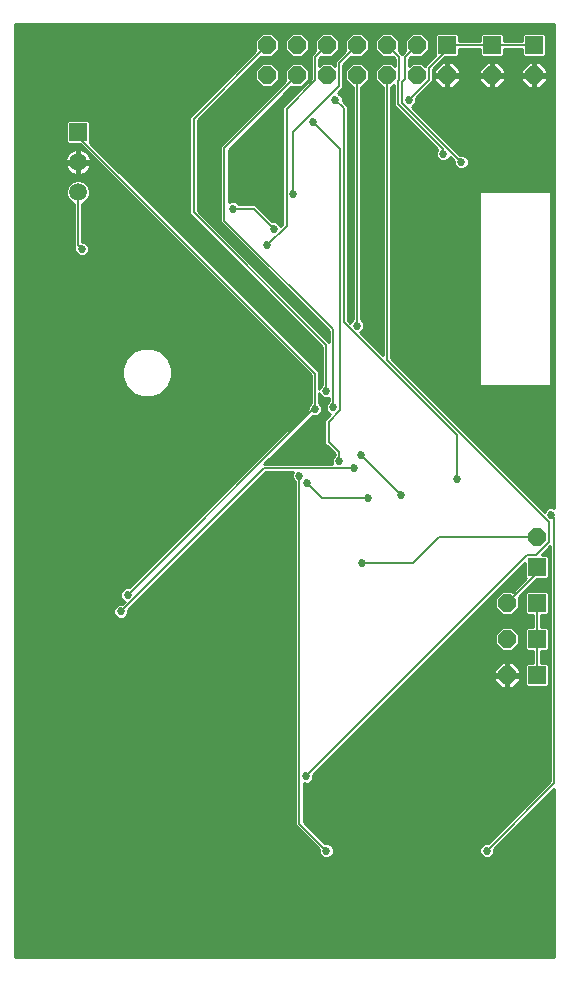
<source format=gbl>
G75*
%MOIN*%
%OFA0B0*%
%FSLAX24Y24*%
%IPPOS*%
%LPD*%
%AMOC8*
5,1,8,0,0,1.08239X$1,22.5*
%
%ADD10R,0.0591X0.0591*%
%ADD11C,0.0591*%
%ADD12OC8,0.0591*%
%ADD13C,0.0060*%
%ADD14C,0.0270*%
%ADD15C,0.0100*%
D10*
X002781Y027850D03*
X015081Y030750D03*
X016581Y030750D03*
X017981Y030750D03*
X018081Y013350D03*
X018081Y012150D03*
X018081Y010950D03*
X018081Y009750D03*
D11*
X002781Y025850D03*
X002781Y026850D03*
D12*
X009081Y029750D03*
X009081Y030750D03*
X010081Y030750D03*
X010081Y029750D03*
X011081Y029750D03*
X011081Y030750D03*
X012081Y030750D03*
X012081Y029750D03*
X013081Y029750D03*
X013081Y030750D03*
X014081Y030750D03*
X014081Y029750D03*
X015081Y029750D03*
X016581Y029750D03*
X017981Y029750D03*
X018081Y014350D03*
X017081Y012150D03*
X017081Y010950D03*
X017081Y009750D03*
D13*
X018081Y009750D02*
X018081Y010950D01*
X018081Y012150D01*
X018081Y013150D02*
X018081Y013350D01*
X018081Y013150D02*
X017081Y012150D01*
X017756Y013750D02*
X010381Y006375D01*
X010156Y004800D02*
X011056Y003900D01*
X010156Y004800D02*
X010156Y016400D01*
X010406Y016150D02*
X010906Y015650D01*
X012431Y015650D01*
X011981Y016650D02*
X008981Y016650D01*
X004206Y011875D01*
X004431Y012425D02*
X010656Y018650D01*
X010681Y018625D01*
X010681Y019800D01*
X002781Y027700D01*
X002781Y027850D01*
X002781Y025850D02*
X002781Y024075D01*
X002906Y023950D01*
X006631Y025175D02*
X006631Y028300D01*
X009081Y030750D01*
X010081Y029750D02*
X007656Y027325D01*
X007656Y024900D01*
X011281Y021275D01*
X011281Y018675D01*
X011506Y018575D02*
X011131Y018200D01*
X011131Y017525D01*
X011481Y017175D01*
X011481Y016875D01*
X010756Y017050D02*
X009606Y017050D01*
X011056Y019225D02*
X011056Y020750D01*
X006631Y025175D01*
X007931Y025300D02*
X008631Y025300D01*
X009306Y024625D01*
X009731Y024725D02*
X009081Y024075D01*
X009731Y024725D02*
X009731Y028625D01*
X010681Y029575D01*
X010681Y030350D01*
X011081Y030750D01*
X011481Y030150D02*
X011481Y029375D01*
X009956Y027850D01*
X009956Y025775D01*
X011506Y027275D02*
X010606Y028175D01*
X011356Y028925D02*
X011631Y028650D01*
X011631Y021525D01*
X015406Y017750D01*
X015406Y016300D01*
X014806Y014350D02*
X013931Y013475D01*
X012256Y013475D01*
X013556Y015750D02*
X012206Y017100D01*
X011506Y018575D02*
X011506Y027275D01*
X012081Y029750D02*
X012081Y021400D01*
X013081Y020250D02*
X018481Y014850D01*
X018481Y014200D01*
X018031Y013750D01*
X017756Y013750D01*
X018081Y014350D02*
X014806Y014350D01*
X013081Y020250D02*
X013081Y029750D01*
X013456Y029575D02*
X013481Y029600D01*
X013481Y030350D01*
X013081Y030750D01*
X013681Y030350D02*
X013681Y029625D01*
X013581Y029525D01*
X013581Y028825D01*
X015556Y026850D01*
X014956Y027125D02*
X014956Y027275D01*
X013456Y028775D01*
X013456Y029575D01*
X013681Y030350D02*
X014081Y030750D01*
X014481Y030000D02*
X014481Y029600D01*
X013806Y028925D01*
X014481Y030000D02*
X015081Y030600D01*
X015081Y030750D01*
X016581Y030750D01*
X017981Y030750D01*
X012081Y030750D02*
X011481Y030150D01*
X018556Y015100D02*
X018656Y015000D01*
X018656Y006150D01*
X016406Y003900D01*
D14*
X016406Y003900D03*
X011056Y003900D03*
X010381Y006375D03*
X012256Y013475D03*
X012431Y015650D03*
X011981Y016650D03*
X012206Y017100D03*
X011481Y016875D03*
X010756Y017050D03*
X010156Y016400D03*
X010406Y016150D03*
X009606Y017050D03*
X010681Y018625D03*
X011056Y019225D03*
X011281Y018675D03*
X012081Y021400D03*
X009956Y025775D03*
X009306Y024625D03*
X009081Y024075D03*
X007931Y025300D03*
X010606Y028175D03*
X011356Y028925D03*
X013806Y028925D03*
X014956Y027125D03*
X015556Y026850D03*
X015406Y016300D03*
X013556Y015750D03*
X018556Y015100D03*
X004431Y012425D03*
X004206Y011875D03*
X002906Y023950D03*
D15*
X000681Y031446D02*
X000681Y000350D01*
X018651Y000350D01*
X018651Y005947D01*
X016651Y003947D01*
X016651Y003851D01*
X016613Y003761D01*
X016544Y003692D01*
X016454Y003655D01*
X016357Y003655D01*
X016267Y003692D01*
X016198Y003761D01*
X016161Y003851D01*
X016161Y003949D01*
X016198Y004039D01*
X016267Y004108D01*
X016357Y004145D01*
X016453Y004145D01*
X018516Y006208D01*
X018516Y014037D01*
X018234Y013755D01*
X018422Y013755D01*
X018486Y013691D01*
X018486Y013009D01*
X018422Y012945D01*
X018073Y012945D01*
X017466Y012338D01*
X017486Y012318D01*
X017486Y011982D01*
X017249Y011745D01*
X016913Y011745D01*
X016675Y011982D01*
X016675Y012318D01*
X016913Y012555D01*
X017249Y012555D01*
X017268Y012536D01*
X017709Y012976D01*
X017675Y013009D01*
X017675Y013472D01*
X010626Y006422D01*
X010626Y006326D01*
X010588Y006236D01*
X010519Y006167D01*
X010429Y006130D01*
X010332Y006130D01*
X010296Y006145D01*
X010296Y004858D01*
X011009Y004145D01*
X011104Y004145D01*
X011194Y004108D01*
X011263Y004039D01*
X011301Y003949D01*
X011301Y003851D01*
X011263Y003761D01*
X011194Y003692D01*
X011104Y003655D01*
X011007Y003655D01*
X010917Y003692D01*
X010848Y003761D01*
X010811Y003851D01*
X010811Y003947D01*
X010016Y004742D01*
X010016Y016194D01*
X009948Y016261D01*
X009911Y016351D01*
X009911Y016449D01*
X009936Y016510D01*
X009039Y016510D01*
X004451Y011922D01*
X004451Y011826D01*
X004413Y011736D01*
X004344Y011667D01*
X004254Y011630D01*
X004157Y011630D01*
X004067Y011667D01*
X003998Y011736D01*
X003961Y011826D01*
X003961Y011924D01*
X003998Y012014D01*
X004067Y012083D01*
X004157Y012120D01*
X004253Y012120D01*
X004333Y012200D01*
X004292Y012217D01*
X004223Y012286D01*
X004186Y012376D01*
X004186Y012474D01*
X004223Y012564D01*
X004292Y012633D01*
X004382Y012670D01*
X004478Y012670D01*
X010436Y018628D01*
X010436Y018674D01*
X010473Y018764D01*
X010541Y018831D01*
X010541Y019742D01*
X002838Y027445D01*
X002440Y027445D01*
X002375Y027509D01*
X002375Y028191D01*
X002440Y028255D01*
X003122Y028255D01*
X003186Y028191D01*
X003186Y027509D01*
X003178Y027501D01*
X010739Y019940D01*
X010821Y019858D01*
X010821Y019298D01*
X010848Y019364D01*
X010916Y019431D01*
X010916Y020692D01*
X006573Y025035D01*
X006491Y025117D01*
X006491Y028358D01*
X008695Y030562D01*
X008675Y030582D01*
X008675Y030918D01*
X008913Y031155D01*
X009249Y031155D01*
X009486Y030918D01*
X009486Y030582D01*
X009249Y030345D01*
X008913Y030345D01*
X008893Y030364D01*
X006771Y028242D01*
X006771Y025233D01*
X011141Y020863D01*
X011141Y021217D01*
X007516Y024842D01*
X007516Y027383D01*
X009695Y029562D01*
X009675Y029582D01*
X009675Y029918D01*
X009913Y030155D01*
X010249Y030155D01*
X010486Y029918D01*
X010486Y029582D01*
X010249Y029345D01*
X009913Y029345D01*
X009893Y029364D01*
X007796Y027267D01*
X007796Y025509D01*
X007882Y025545D01*
X007979Y025545D01*
X008069Y025508D01*
X008137Y025440D01*
X008689Y025440D01*
X009259Y024870D01*
X009354Y024870D01*
X009444Y024833D01*
X009513Y024764D01*
X009530Y024723D01*
X009591Y024783D01*
X009591Y028683D01*
X010541Y029633D01*
X010541Y030408D01*
X010695Y030562D01*
X010675Y030582D01*
X010675Y030918D01*
X010913Y031155D01*
X011249Y031155D01*
X011486Y030918D01*
X011486Y030582D01*
X011249Y030345D01*
X010913Y030345D01*
X010893Y030364D01*
X010821Y030292D01*
X010821Y030063D01*
X010913Y030155D01*
X011249Y030155D01*
X011341Y030063D01*
X011341Y030208D01*
X011423Y030290D01*
X011695Y030562D01*
X011675Y030582D01*
X011675Y030918D01*
X011913Y031155D01*
X012249Y031155D01*
X012486Y030918D01*
X012486Y030582D01*
X012249Y030345D01*
X011913Y030345D01*
X011893Y030364D01*
X011621Y030092D01*
X011621Y029317D01*
X011453Y029150D01*
X011494Y029133D01*
X011563Y029064D01*
X011601Y028974D01*
X011601Y028878D01*
X011771Y028708D01*
X011771Y021583D01*
X011856Y021498D01*
X011873Y021539D01*
X011941Y021606D01*
X011941Y029345D01*
X011913Y029345D01*
X011675Y029582D01*
X011675Y029918D01*
X011913Y030155D01*
X012249Y030155D01*
X012486Y029918D01*
X012486Y029582D01*
X012249Y029345D01*
X012221Y029345D01*
X012221Y021606D01*
X012288Y021539D01*
X012326Y021449D01*
X012326Y021351D01*
X012288Y021261D01*
X012219Y021192D01*
X012178Y021175D01*
X012941Y020413D01*
X012941Y029345D01*
X012913Y029345D01*
X012675Y029582D01*
X012675Y029918D01*
X012913Y030155D01*
X013249Y030155D01*
X013341Y030063D01*
X013341Y030292D01*
X013268Y030364D01*
X013249Y030345D01*
X012913Y030345D01*
X012675Y030582D01*
X012675Y030918D01*
X012913Y031155D01*
X013249Y031155D01*
X013486Y030918D01*
X013486Y030582D01*
X013466Y030562D01*
X013581Y030448D01*
X013695Y030562D01*
X013675Y030582D01*
X013675Y030918D01*
X013913Y031155D01*
X014249Y031155D01*
X014486Y030918D01*
X014486Y030582D01*
X014249Y030345D01*
X013913Y030345D01*
X013893Y030364D01*
X013821Y030292D01*
X013821Y030063D01*
X013913Y030155D01*
X014249Y030155D01*
X014343Y030061D01*
X014423Y030140D01*
X014684Y030401D01*
X014675Y030409D01*
X014675Y031091D01*
X014740Y031155D01*
X015422Y031155D01*
X015486Y031091D01*
X015486Y030890D01*
X016175Y030890D01*
X016175Y031091D01*
X016240Y031155D01*
X016922Y031155D01*
X016986Y031091D01*
X016986Y030890D01*
X017575Y030890D01*
X017575Y031091D01*
X017640Y031155D01*
X018322Y031155D01*
X018386Y031091D01*
X018386Y030409D01*
X018322Y030345D01*
X017640Y030345D01*
X017575Y030409D01*
X017575Y030610D01*
X016986Y030610D01*
X016986Y030409D01*
X016922Y030345D01*
X016240Y030345D01*
X016175Y030409D01*
X016175Y030610D01*
X015486Y030610D01*
X015486Y030409D01*
X015422Y030345D01*
X015023Y030345D01*
X014621Y029942D01*
X014621Y029542D01*
X014051Y028972D01*
X014051Y028876D01*
X014013Y028786D01*
X013944Y028717D01*
X013903Y028700D01*
X015509Y027095D01*
X015604Y027095D01*
X015694Y027058D01*
X015763Y026989D01*
X015801Y026899D01*
X015801Y026801D01*
X015763Y026711D01*
X015694Y026642D01*
X015604Y026605D01*
X015507Y026605D01*
X015417Y026642D01*
X015348Y026711D01*
X015311Y026801D01*
X015311Y026897D01*
X015180Y027027D01*
X015163Y026986D01*
X015094Y026917D01*
X015004Y026880D01*
X014907Y026880D01*
X014817Y026917D01*
X014748Y026986D01*
X014711Y027076D01*
X014711Y027174D01*
X014748Y027264D01*
X014758Y027274D01*
X013398Y028635D01*
X013316Y028717D01*
X013316Y029412D01*
X013249Y029345D01*
X013221Y029345D01*
X013221Y020308D01*
X018331Y015198D01*
X018348Y015239D01*
X018417Y015308D01*
X018507Y015345D01*
X018604Y015345D01*
X018651Y015326D01*
X018651Y031446D01*
X000681Y031446D01*
X000681Y031375D02*
X018651Y031375D01*
X018651Y031276D02*
X000681Y031276D01*
X000681Y031178D02*
X018651Y031178D01*
X018651Y031079D02*
X018386Y031079D01*
X018386Y030981D02*
X018651Y030981D01*
X018651Y030882D02*
X018386Y030882D01*
X018386Y030784D02*
X018651Y030784D01*
X018651Y030685D02*
X018386Y030685D01*
X018386Y030587D02*
X018651Y030587D01*
X018651Y030488D02*
X018386Y030488D01*
X018366Y030390D02*
X018651Y030390D01*
X018651Y030291D02*
X014970Y030291D01*
X015032Y030195D02*
X014896Y030195D01*
X014635Y029934D01*
X014635Y029798D01*
X015032Y029798D01*
X015032Y029702D01*
X014635Y029702D01*
X014635Y029566D01*
X014896Y029305D01*
X015032Y029305D01*
X015032Y029702D01*
X015129Y029702D01*
X015129Y029798D01*
X015526Y029798D01*
X015526Y029934D01*
X015265Y030195D01*
X015129Y030195D01*
X015129Y029798D01*
X015032Y029798D01*
X015032Y030195D01*
X015032Y030193D02*
X015129Y030193D01*
X015129Y030094D02*
X015032Y030094D01*
X015032Y029996D02*
X015129Y029996D01*
X015129Y029897D02*
X015032Y029897D01*
X015032Y029799D02*
X015129Y029799D01*
X015129Y029702D02*
X015526Y029702D01*
X015526Y029566D01*
X015265Y029305D01*
X015129Y029305D01*
X015129Y029702D01*
X015129Y029700D02*
X015032Y029700D01*
X015032Y029602D02*
X015129Y029602D01*
X015129Y029503D02*
X015032Y029503D01*
X015032Y029405D02*
X015129Y029405D01*
X015129Y029306D02*
X015032Y029306D01*
X014895Y029306D02*
X014385Y029306D01*
X014483Y029405D02*
X014796Y029405D01*
X014698Y029503D02*
X014582Y029503D01*
X014621Y029602D02*
X014635Y029602D01*
X014621Y029700D02*
X014635Y029700D01*
X014621Y029799D02*
X014635Y029799D01*
X014621Y029897D02*
X014635Y029897D01*
X014674Y029996D02*
X014697Y029996D01*
X014773Y030094D02*
X014795Y030094D01*
X014871Y030193D02*
X014894Y030193D01*
X014672Y030390D02*
X014293Y030390D01*
X014392Y030488D02*
X014675Y030488D01*
X014675Y030587D02*
X014486Y030587D01*
X014486Y030685D02*
X014675Y030685D01*
X014675Y030784D02*
X014486Y030784D01*
X014486Y030882D02*
X014675Y030882D01*
X014675Y030981D02*
X014423Y030981D01*
X014325Y031079D02*
X014675Y031079D01*
X014574Y030291D02*
X013821Y030291D01*
X013821Y030193D02*
X014475Y030193D01*
X014377Y030094D02*
X014310Y030094D01*
X013852Y030094D02*
X013821Y030094D01*
X013621Y030488D02*
X013541Y030488D01*
X013486Y030587D02*
X013675Y030587D01*
X013675Y030685D02*
X013486Y030685D01*
X013486Y030784D02*
X013675Y030784D01*
X013675Y030882D02*
X013486Y030882D01*
X013423Y030981D02*
X013738Y030981D01*
X013837Y031079D02*
X013325Y031079D01*
X012837Y031079D02*
X012325Y031079D01*
X012423Y030981D02*
X012738Y030981D01*
X012675Y030882D02*
X012486Y030882D01*
X012486Y030784D02*
X012675Y030784D01*
X012675Y030685D02*
X012486Y030685D01*
X012486Y030587D02*
X012675Y030587D01*
X012769Y030488D02*
X012392Y030488D01*
X012293Y030390D02*
X012868Y030390D01*
X012852Y030094D02*
X012310Y030094D01*
X012408Y029996D02*
X012753Y029996D01*
X012675Y029897D02*
X012486Y029897D01*
X012486Y029799D02*
X012675Y029799D01*
X012675Y029700D02*
X012486Y029700D01*
X012486Y029602D02*
X012675Y029602D01*
X012754Y029503D02*
X012407Y029503D01*
X012308Y029405D02*
X012853Y029405D01*
X012941Y029306D02*
X012221Y029306D01*
X012221Y029208D02*
X012941Y029208D01*
X012941Y029109D02*
X012221Y029109D01*
X012221Y029011D02*
X012941Y029011D01*
X012941Y028912D02*
X012221Y028912D01*
X012221Y028814D02*
X012941Y028814D01*
X012941Y028715D02*
X012221Y028715D01*
X012221Y028617D02*
X012941Y028617D01*
X012941Y028518D02*
X012221Y028518D01*
X012221Y028420D02*
X012941Y028420D01*
X012941Y028321D02*
X012221Y028321D01*
X012221Y028223D02*
X012941Y028223D01*
X012941Y028124D02*
X012221Y028124D01*
X012221Y028026D02*
X012941Y028026D01*
X012941Y027927D02*
X012221Y027927D01*
X012221Y027829D02*
X012941Y027829D01*
X012941Y027730D02*
X012221Y027730D01*
X012221Y027632D02*
X012941Y027632D01*
X012941Y027533D02*
X012221Y027533D01*
X012221Y027435D02*
X012941Y027435D01*
X012941Y027336D02*
X012221Y027336D01*
X012221Y027238D02*
X012941Y027238D01*
X012941Y027139D02*
X012221Y027139D01*
X012221Y027041D02*
X012941Y027041D01*
X012941Y026942D02*
X012221Y026942D01*
X012221Y026844D02*
X012941Y026844D01*
X012941Y026745D02*
X012221Y026745D01*
X012221Y026647D02*
X012941Y026647D01*
X012941Y026548D02*
X012221Y026548D01*
X012221Y026450D02*
X012941Y026450D01*
X012941Y026351D02*
X012221Y026351D01*
X012221Y026253D02*
X012941Y026253D01*
X012941Y026154D02*
X012221Y026154D01*
X012221Y026056D02*
X012941Y026056D01*
X012941Y025957D02*
X012221Y025957D01*
X012221Y025859D02*
X012941Y025859D01*
X012941Y025760D02*
X012221Y025760D01*
X012221Y025662D02*
X012941Y025662D01*
X012941Y025563D02*
X012221Y025563D01*
X012221Y025465D02*
X012941Y025465D01*
X012941Y025366D02*
X012221Y025366D01*
X012221Y025268D02*
X012941Y025268D01*
X012941Y025169D02*
X012221Y025169D01*
X012221Y025071D02*
X012941Y025071D01*
X012941Y024972D02*
X012221Y024972D01*
X012221Y024874D02*
X012941Y024874D01*
X012941Y024775D02*
X012221Y024775D01*
X012221Y024677D02*
X012941Y024677D01*
X012941Y024578D02*
X012221Y024578D01*
X012221Y024480D02*
X012941Y024480D01*
X012941Y024381D02*
X012221Y024381D01*
X012221Y024283D02*
X012941Y024283D01*
X012941Y024184D02*
X012221Y024184D01*
X012221Y024086D02*
X012941Y024086D01*
X012941Y023987D02*
X012221Y023987D01*
X012221Y023889D02*
X012941Y023889D01*
X012941Y023790D02*
X012221Y023790D01*
X012221Y023692D02*
X012941Y023692D01*
X012941Y023593D02*
X012221Y023593D01*
X012221Y023495D02*
X012941Y023495D01*
X012941Y023396D02*
X012221Y023396D01*
X012221Y023298D02*
X012941Y023298D01*
X012941Y023199D02*
X012221Y023199D01*
X012221Y023101D02*
X012941Y023101D01*
X012941Y023002D02*
X012221Y023002D01*
X012221Y022904D02*
X012941Y022904D01*
X012941Y022805D02*
X012221Y022805D01*
X012221Y022707D02*
X012941Y022707D01*
X012941Y022608D02*
X012221Y022608D01*
X012221Y022510D02*
X012941Y022510D01*
X012941Y022411D02*
X012221Y022411D01*
X012221Y022313D02*
X012941Y022313D01*
X012941Y022214D02*
X012221Y022214D01*
X012221Y022116D02*
X012941Y022116D01*
X012941Y022017D02*
X012221Y022017D01*
X012221Y021919D02*
X012941Y021919D01*
X012941Y021820D02*
X012221Y021820D01*
X012221Y021722D02*
X012941Y021722D01*
X012941Y021623D02*
X012221Y021623D01*
X012294Y021525D02*
X012941Y021525D01*
X012941Y021426D02*
X012326Y021426D01*
X012316Y021328D02*
X012941Y021328D01*
X012941Y021229D02*
X012256Y021229D01*
X012223Y021131D02*
X012941Y021131D01*
X012941Y021032D02*
X012322Y021032D01*
X012420Y020934D02*
X012941Y020934D01*
X012941Y020835D02*
X012519Y020835D01*
X012617Y020737D02*
X012941Y020737D01*
X012941Y020638D02*
X012716Y020638D01*
X012814Y020540D02*
X012941Y020540D01*
X012941Y020441D02*
X012913Y020441D01*
X013221Y020441D02*
X016131Y020441D01*
X016131Y020343D02*
X013221Y020343D01*
X013285Y020244D02*
X016131Y020244D01*
X016131Y020146D02*
X013383Y020146D01*
X013482Y020047D02*
X016131Y020047D01*
X016131Y019949D02*
X013580Y019949D01*
X013679Y019850D02*
X016131Y019850D01*
X016131Y019752D02*
X013777Y019752D01*
X013876Y019653D02*
X016131Y019653D01*
X016131Y019555D02*
X013974Y019555D01*
X014073Y019456D02*
X016131Y019456D01*
X016131Y019429D02*
X016160Y019400D01*
X018501Y019400D01*
X018531Y019429D01*
X018531Y025871D01*
X018501Y025900D01*
X016160Y025900D01*
X016131Y025871D01*
X016131Y019429D01*
X016131Y020540D02*
X013221Y020540D01*
X013221Y020638D02*
X016131Y020638D01*
X016131Y020737D02*
X013221Y020737D01*
X013221Y020835D02*
X016131Y020835D01*
X016131Y020934D02*
X013221Y020934D01*
X013221Y021032D02*
X016131Y021032D01*
X016131Y021131D02*
X013221Y021131D01*
X013221Y021229D02*
X016131Y021229D01*
X016131Y021328D02*
X013221Y021328D01*
X013221Y021426D02*
X016131Y021426D01*
X016131Y021525D02*
X013221Y021525D01*
X013221Y021623D02*
X016131Y021623D01*
X016131Y021722D02*
X013221Y021722D01*
X013221Y021820D02*
X016131Y021820D01*
X016131Y021919D02*
X013221Y021919D01*
X013221Y022017D02*
X016131Y022017D01*
X016131Y022116D02*
X013221Y022116D01*
X013221Y022214D02*
X016131Y022214D01*
X016131Y022313D02*
X013221Y022313D01*
X013221Y022411D02*
X016131Y022411D01*
X016131Y022510D02*
X013221Y022510D01*
X013221Y022608D02*
X016131Y022608D01*
X016131Y022707D02*
X013221Y022707D01*
X013221Y022805D02*
X016131Y022805D01*
X016131Y022904D02*
X013221Y022904D01*
X013221Y023002D02*
X016131Y023002D01*
X016131Y023101D02*
X013221Y023101D01*
X013221Y023199D02*
X016131Y023199D01*
X016131Y023298D02*
X013221Y023298D01*
X013221Y023396D02*
X016131Y023396D01*
X016131Y023495D02*
X013221Y023495D01*
X013221Y023593D02*
X016131Y023593D01*
X016131Y023692D02*
X013221Y023692D01*
X013221Y023790D02*
X016131Y023790D01*
X016131Y023889D02*
X013221Y023889D01*
X013221Y023987D02*
X016131Y023987D01*
X016131Y024086D02*
X013221Y024086D01*
X013221Y024184D02*
X016131Y024184D01*
X016131Y024283D02*
X013221Y024283D01*
X013221Y024381D02*
X016131Y024381D01*
X016131Y024480D02*
X013221Y024480D01*
X013221Y024578D02*
X016131Y024578D01*
X016131Y024677D02*
X013221Y024677D01*
X013221Y024775D02*
X016131Y024775D01*
X016131Y024874D02*
X013221Y024874D01*
X013221Y024972D02*
X016131Y024972D01*
X016131Y025071D02*
X013221Y025071D01*
X013221Y025169D02*
X016131Y025169D01*
X016131Y025268D02*
X013221Y025268D01*
X013221Y025366D02*
X016131Y025366D01*
X016131Y025465D02*
X013221Y025465D01*
X013221Y025563D02*
X016131Y025563D01*
X016131Y025662D02*
X013221Y025662D01*
X013221Y025760D02*
X016131Y025760D01*
X016131Y025859D02*
X013221Y025859D01*
X013221Y025957D02*
X018651Y025957D01*
X018651Y025859D02*
X018531Y025859D01*
X018531Y025760D02*
X018651Y025760D01*
X018651Y025662D02*
X018531Y025662D01*
X018531Y025563D02*
X018651Y025563D01*
X018651Y025465D02*
X018531Y025465D01*
X018531Y025366D02*
X018651Y025366D01*
X018651Y025268D02*
X018531Y025268D01*
X018531Y025169D02*
X018651Y025169D01*
X018651Y025071D02*
X018531Y025071D01*
X018531Y024972D02*
X018651Y024972D01*
X018651Y024874D02*
X018531Y024874D01*
X018531Y024775D02*
X018651Y024775D01*
X018651Y024677D02*
X018531Y024677D01*
X018531Y024578D02*
X018651Y024578D01*
X018651Y024480D02*
X018531Y024480D01*
X018531Y024381D02*
X018651Y024381D01*
X018651Y024283D02*
X018531Y024283D01*
X018531Y024184D02*
X018651Y024184D01*
X018651Y024086D02*
X018531Y024086D01*
X018531Y023987D02*
X018651Y023987D01*
X018651Y023889D02*
X018531Y023889D01*
X018531Y023790D02*
X018651Y023790D01*
X018651Y023692D02*
X018531Y023692D01*
X018531Y023593D02*
X018651Y023593D01*
X018651Y023495D02*
X018531Y023495D01*
X018531Y023396D02*
X018651Y023396D01*
X018651Y023298D02*
X018531Y023298D01*
X018531Y023199D02*
X018651Y023199D01*
X018651Y023101D02*
X018531Y023101D01*
X018531Y023002D02*
X018651Y023002D01*
X018651Y022904D02*
X018531Y022904D01*
X018531Y022805D02*
X018651Y022805D01*
X018651Y022707D02*
X018531Y022707D01*
X018531Y022608D02*
X018651Y022608D01*
X018651Y022510D02*
X018531Y022510D01*
X018531Y022411D02*
X018651Y022411D01*
X018651Y022313D02*
X018531Y022313D01*
X018531Y022214D02*
X018651Y022214D01*
X018651Y022116D02*
X018531Y022116D01*
X018531Y022017D02*
X018651Y022017D01*
X018651Y021919D02*
X018531Y021919D01*
X018531Y021820D02*
X018651Y021820D01*
X018651Y021722D02*
X018531Y021722D01*
X018531Y021623D02*
X018651Y021623D01*
X018651Y021525D02*
X018531Y021525D01*
X018531Y021426D02*
X018651Y021426D01*
X018651Y021328D02*
X018531Y021328D01*
X018531Y021229D02*
X018651Y021229D01*
X018651Y021131D02*
X018531Y021131D01*
X018531Y021032D02*
X018651Y021032D01*
X018651Y020934D02*
X018531Y020934D01*
X018531Y020835D02*
X018651Y020835D01*
X018651Y020737D02*
X018531Y020737D01*
X018531Y020638D02*
X018651Y020638D01*
X018651Y020540D02*
X018531Y020540D01*
X018531Y020441D02*
X018651Y020441D01*
X018651Y020343D02*
X018531Y020343D01*
X018531Y020244D02*
X018651Y020244D01*
X018651Y020146D02*
X018531Y020146D01*
X018531Y020047D02*
X018651Y020047D01*
X018651Y019949D02*
X018531Y019949D01*
X018531Y019850D02*
X018651Y019850D01*
X018651Y019752D02*
X018531Y019752D01*
X018531Y019653D02*
X018651Y019653D01*
X018651Y019555D02*
X018531Y019555D01*
X018531Y019456D02*
X018651Y019456D01*
X018651Y019358D02*
X014171Y019358D01*
X014270Y019259D02*
X018651Y019259D01*
X018651Y019161D02*
X014368Y019161D01*
X014467Y019062D02*
X018651Y019062D01*
X018651Y018964D02*
X014565Y018964D01*
X014664Y018865D02*
X018651Y018865D01*
X018651Y018767D02*
X014762Y018767D01*
X014861Y018668D02*
X018651Y018668D01*
X018651Y018570D02*
X014959Y018570D01*
X015058Y018471D02*
X018651Y018471D01*
X018651Y018373D02*
X015156Y018373D01*
X015255Y018274D02*
X018651Y018274D01*
X018651Y018176D02*
X015353Y018176D01*
X015452Y018077D02*
X018651Y018077D01*
X018651Y017979D02*
X015550Y017979D01*
X015649Y017880D02*
X018651Y017880D01*
X018651Y017782D02*
X015747Y017782D01*
X015846Y017683D02*
X018651Y017683D01*
X018651Y017585D02*
X015944Y017585D01*
X016043Y017486D02*
X018651Y017486D01*
X018651Y017388D02*
X016141Y017388D01*
X016240Y017289D02*
X018651Y017289D01*
X018651Y017191D02*
X016338Y017191D01*
X016437Y017092D02*
X018651Y017092D01*
X018651Y016994D02*
X016535Y016994D01*
X016634Y016895D02*
X018651Y016895D01*
X018651Y016797D02*
X016732Y016797D01*
X016831Y016698D02*
X018651Y016698D01*
X018651Y016600D02*
X016929Y016600D01*
X017028Y016501D02*
X018651Y016501D01*
X018651Y016403D02*
X017126Y016403D01*
X017225Y016304D02*
X018651Y016304D01*
X018651Y016206D02*
X017323Y016206D01*
X017422Y016107D02*
X018651Y016107D01*
X018651Y016009D02*
X017520Y016009D01*
X017619Y015910D02*
X018651Y015910D01*
X018651Y015812D02*
X017717Y015812D01*
X017816Y015713D02*
X018651Y015713D01*
X018651Y015615D02*
X017914Y015615D01*
X018013Y015516D02*
X018651Y015516D01*
X018651Y015418D02*
X018111Y015418D01*
X018210Y015319D02*
X018444Y015319D01*
X018340Y015221D02*
X018308Y015221D01*
X018419Y013940D02*
X018516Y013940D01*
X018516Y013842D02*
X018320Y013842D01*
X018434Y013743D02*
X018516Y013743D01*
X018516Y013645D02*
X018486Y013645D01*
X018486Y013546D02*
X018516Y013546D01*
X018516Y013448D02*
X018486Y013448D01*
X018486Y013349D02*
X018516Y013349D01*
X018516Y013251D02*
X018486Y013251D01*
X018486Y013152D02*
X018516Y013152D01*
X018516Y013054D02*
X018486Y013054D01*
X018516Y012955D02*
X018432Y012955D01*
X018516Y012857D02*
X017985Y012857D01*
X017887Y012758D02*
X018516Y012758D01*
X018516Y012660D02*
X017788Y012660D01*
X017740Y012555D02*
X017675Y012491D01*
X017675Y011809D01*
X017740Y011745D01*
X017941Y011745D01*
X017941Y011355D01*
X017740Y011355D01*
X017675Y011291D01*
X017675Y010609D01*
X017740Y010545D01*
X017941Y010545D01*
X017941Y010155D01*
X017740Y010155D01*
X017675Y010091D01*
X017675Y009409D01*
X017740Y009345D01*
X018422Y009345D01*
X018486Y009409D01*
X018516Y009409D01*
X018486Y009409D02*
X018486Y010091D01*
X018422Y010155D01*
X018221Y010155D01*
X018221Y010545D01*
X018422Y010545D01*
X018486Y010609D01*
X018486Y011291D01*
X018422Y011355D01*
X018221Y011355D01*
X018221Y011745D01*
X018422Y011745D01*
X018486Y011809D01*
X018486Y012491D01*
X018422Y012555D01*
X017740Y012555D01*
X017690Y012561D02*
X018516Y012561D01*
X018516Y012463D02*
X018486Y012463D01*
X018486Y012364D02*
X018516Y012364D01*
X018516Y012266D02*
X018486Y012266D01*
X018486Y012167D02*
X018516Y012167D01*
X018516Y012069D02*
X018486Y012069D01*
X018486Y011970D02*
X018516Y011970D01*
X018516Y011872D02*
X018486Y011872D01*
X018516Y011773D02*
X018450Y011773D01*
X018516Y011675D02*
X018221Y011675D01*
X018221Y011576D02*
X018516Y011576D01*
X018516Y011478D02*
X018221Y011478D01*
X018221Y011379D02*
X018516Y011379D01*
X018516Y011281D02*
X018486Y011281D01*
X018486Y011182D02*
X018516Y011182D01*
X018516Y011084D02*
X018486Y011084D01*
X018486Y010985D02*
X018516Y010985D01*
X018516Y010887D02*
X018486Y010887D01*
X018486Y010788D02*
X018516Y010788D01*
X018516Y010690D02*
X018486Y010690D01*
X018468Y010591D02*
X018516Y010591D01*
X018516Y010493D02*
X018221Y010493D01*
X018221Y010394D02*
X018516Y010394D01*
X018516Y010296D02*
X018221Y010296D01*
X018221Y010197D02*
X018516Y010197D01*
X018516Y010099D02*
X018478Y010099D01*
X018486Y010000D02*
X018516Y010000D01*
X018516Y009902D02*
X018486Y009902D01*
X018486Y009803D02*
X018516Y009803D01*
X018516Y009705D02*
X018486Y009705D01*
X018486Y009606D02*
X018516Y009606D01*
X018516Y009508D02*
X018486Y009508D01*
X018516Y009311D02*
X017271Y009311D01*
X017265Y009305D02*
X017526Y009566D01*
X017526Y009702D01*
X017129Y009702D01*
X017129Y009798D01*
X017526Y009798D01*
X017526Y009934D01*
X017265Y010195D01*
X017129Y010195D01*
X017129Y009798D01*
X017032Y009798D01*
X017032Y009702D01*
X016635Y009702D01*
X016635Y009566D01*
X016896Y009305D01*
X017032Y009305D01*
X017032Y009702D01*
X017129Y009702D01*
X017129Y009305D01*
X017265Y009305D01*
X017129Y009311D02*
X017032Y009311D01*
X017032Y009409D02*
X017129Y009409D01*
X017129Y009508D02*
X017032Y009508D01*
X017032Y009606D02*
X017129Y009606D01*
X017129Y009705D02*
X017675Y009705D01*
X017675Y009803D02*
X017526Y009803D01*
X017526Y009902D02*
X017675Y009902D01*
X017675Y010000D02*
X017460Y010000D01*
X017362Y010099D02*
X017683Y010099D01*
X017675Y009606D02*
X017526Y009606D01*
X017468Y009508D02*
X017675Y009508D01*
X017676Y009409D02*
X017369Y009409D01*
X017032Y009705D02*
X013908Y009705D01*
X014007Y009803D02*
X016635Y009803D01*
X016635Y009798D02*
X017032Y009798D01*
X017032Y010195D01*
X016896Y010195D01*
X016635Y009934D01*
X016635Y009798D01*
X016635Y009902D02*
X014105Y009902D01*
X014204Y010000D02*
X016701Y010000D01*
X016800Y010099D02*
X014302Y010099D01*
X014401Y010197D02*
X017941Y010197D01*
X017941Y010296D02*
X014499Y010296D01*
X014598Y010394D02*
X017941Y010394D01*
X017941Y010493D02*
X014696Y010493D01*
X014795Y010591D02*
X016867Y010591D01*
X016913Y010545D02*
X017249Y010545D01*
X017486Y010782D01*
X017486Y011118D01*
X017249Y011355D01*
X016913Y011355D01*
X016675Y011118D01*
X016675Y010782D01*
X016913Y010545D01*
X016768Y010690D02*
X014893Y010690D01*
X014992Y010788D02*
X016675Y010788D01*
X016675Y010887D02*
X015090Y010887D01*
X015189Y010985D02*
X016675Y010985D01*
X016675Y011084D02*
X015287Y011084D01*
X015386Y011182D02*
X016740Y011182D01*
X016838Y011281D02*
X015484Y011281D01*
X015583Y011379D02*
X017941Y011379D01*
X017941Y011478D02*
X015681Y011478D01*
X015780Y011576D02*
X017941Y011576D01*
X017941Y011675D02*
X015878Y011675D01*
X015977Y011773D02*
X016885Y011773D01*
X016786Y011872D02*
X016075Y011872D01*
X016174Y011970D02*
X016688Y011970D01*
X016675Y012069D02*
X016272Y012069D01*
X016371Y012167D02*
X016675Y012167D01*
X016675Y012266D02*
X016469Y012266D01*
X016568Y012364D02*
X016722Y012364D01*
X016666Y012463D02*
X016820Y012463D01*
X016765Y012561D02*
X017294Y012561D01*
X017392Y012660D02*
X016863Y012660D01*
X016962Y012758D02*
X017491Y012758D01*
X017589Y012857D02*
X017060Y012857D01*
X017159Y012955D02*
X017688Y012955D01*
X017675Y013054D02*
X017257Y013054D01*
X017356Y013152D02*
X017675Y013152D01*
X017675Y013251D02*
X017454Y013251D01*
X017553Y013349D02*
X017675Y013349D01*
X017675Y013448D02*
X017651Y013448D01*
X017675Y012463D02*
X017591Y012463D01*
X017675Y012364D02*
X017493Y012364D01*
X017486Y012266D02*
X017675Y012266D01*
X017675Y012167D02*
X017486Y012167D01*
X017486Y012069D02*
X017675Y012069D01*
X017675Y011970D02*
X017474Y011970D01*
X017375Y011872D02*
X017675Y011872D01*
X017712Y011773D02*
X017277Y011773D01*
X017323Y011281D02*
X017675Y011281D01*
X017675Y011182D02*
X017422Y011182D01*
X017486Y011084D02*
X017675Y011084D01*
X017675Y010985D02*
X017486Y010985D01*
X017486Y010887D02*
X017675Y010887D01*
X017675Y010788D02*
X017486Y010788D01*
X017393Y010690D02*
X017675Y010690D01*
X017694Y010591D02*
X017295Y010591D01*
X017129Y010099D02*
X017032Y010099D01*
X017032Y010000D02*
X017129Y010000D01*
X017129Y009902D02*
X017032Y009902D01*
X017032Y009803D02*
X017129Y009803D01*
X016792Y009409D02*
X013613Y009409D01*
X013711Y009508D02*
X016693Y009508D01*
X016635Y009606D02*
X013810Y009606D01*
X013514Y009311D02*
X016890Y009311D01*
X018516Y009212D02*
X013416Y009212D01*
X013317Y009114D02*
X018516Y009114D01*
X018516Y009015D02*
X013219Y009015D01*
X013120Y008917D02*
X018516Y008917D01*
X018516Y008818D02*
X013022Y008818D01*
X012923Y008720D02*
X018516Y008720D01*
X018516Y008621D02*
X012825Y008621D01*
X012726Y008523D02*
X018516Y008523D01*
X018516Y008424D02*
X012628Y008424D01*
X012529Y008326D02*
X018516Y008326D01*
X018516Y008227D02*
X012431Y008227D01*
X012332Y008129D02*
X018516Y008129D01*
X018516Y008030D02*
X012234Y008030D01*
X012135Y007932D02*
X018516Y007932D01*
X018516Y007833D02*
X012037Y007833D01*
X011938Y007735D02*
X018516Y007735D01*
X018516Y007636D02*
X011840Y007636D01*
X011741Y007538D02*
X018516Y007538D01*
X018516Y007439D02*
X011643Y007439D01*
X011544Y007341D02*
X018516Y007341D01*
X018516Y007242D02*
X011446Y007242D01*
X011347Y007144D02*
X018516Y007144D01*
X018516Y007045D02*
X011249Y007045D01*
X011150Y006947D02*
X018516Y006947D01*
X018516Y006848D02*
X011052Y006848D01*
X010953Y006750D02*
X018516Y006750D01*
X018516Y006651D02*
X010855Y006651D01*
X010756Y006553D02*
X018516Y006553D01*
X018516Y006454D02*
X010658Y006454D01*
X010626Y006356D02*
X018516Y006356D01*
X018516Y006257D02*
X010597Y006257D01*
X010498Y006159D02*
X018466Y006159D01*
X018368Y006060D02*
X010296Y006060D01*
X010296Y005962D02*
X018269Y005962D01*
X018171Y005863D02*
X010296Y005863D01*
X010296Y005765D02*
X018072Y005765D01*
X017974Y005666D02*
X010296Y005666D01*
X010296Y005568D02*
X017875Y005568D01*
X017777Y005469D02*
X010296Y005469D01*
X010296Y005371D02*
X017678Y005371D01*
X017580Y005272D02*
X010296Y005272D01*
X010296Y005174D02*
X017481Y005174D01*
X017383Y005075D02*
X010296Y005075D01*
X010296Y004977D02*
X017284Y004977D01*
X017186Y004878D02*
X010296Y004878D01*
X010374Y004780D02*
X017087Y004780D01*
X016989Y004681D02*
X010473Y004681D01*
X010571Y004583D02*
X016890Y004583D01*
X016792Y004484D02*
X010670Y004484D01*
X010768Y004386D02*
X016693Y004386D01*
X016595Y004287D02*
X010867Y004287D01*
X010965Y004189D02*
X016496Y004189D01*
X016249Y004090D02*
X011212Y004090D01*
X011283Y003992D02*
X016178Y003992D01*
X016161Y003893D02*
X011301Y003893D01*
X011277Y003795D02*
X016184Y003795D01*
X016263Y003696D02*
X011198Y003696D01*
X010913Y003696D02*
X000681Y003696D01*
X000681Y003598D02*
X018651Y003598D01*
X018651Y003696D02*
X016548Y003696D01*
X016627Y003795D02*
X018651Y003795D01*
X018651Y003893D02*
X016651Y003893D01*
X016695Y003992D02*
X018651Y003992D01*
X018651Y004090D02*
X016794Y004090D01*
X016892Y004189D02*
X018651Y004189D01*
X018651Y004287D02*
X016991Y004287D01*
X017089Y004386D02*
X018651Y004386D01*
X018651Y004484D02*
X017188Y004484D01*
X017286Y004583D02*
X018651Y004583D01*
X018651Y004681D02*
X017385Y004681D01*
X017483Y004780D02*
X018651Y004780D01*
X018651Y004878D02*
X017582Y004878D01*
X017680Y004977D02*
X018651Y004977D01*
X018651Y005075D02*
X017779Y005075D01*
X017877Y005174D02*
X018651Y005174D01*
X018651Y005272D02*
X017976Y005272D01*
X018074Y005371D02*
X018651Y005371D01*
X018651Y005469D02*
X018173Y005469D01*
X018271Y005568D02*
X018651Y005568D01*
X018651Y005666D02*
X018370Y005666D01*
X018468Y005765D02*
X018651Y005765D01*
X018651Y005863D02*
X018567Y005863D01*
X018651Y003499D02*
X000681Y003499D01*
X000681Y003401D02*
X018651Y003401D01*
X018651Y003302D02*
X000681Y003302D01*
X000681Y003204D02*
X018651Y003204D01*
X018651Y003105D02*
X000681Y003105D01*
X000681Y003007D02*
X018651Y003007D01*
X018651Y002908D02*
X000681Y002908D01*
X000681Y002810D02*
X018651Y002810D01*
X018651Y002711D02*
X000681Y002711D01*
X000681Y002613D02*
X018651Y002613D01*
X018651Y002514D02*
X000681Y002514D01*
X000681Y002416D02*
X018651Y002416D01*
X018651Y002317D02*
X000681Y002317D01*
X000681Y002219D02*
X018651Y002219D01*
X018651Y002120D02*
X000681Y002120D01*
X000681Y002022D02*
X018651Y002022D01*
X018651Y001923D02*
X000681Y001923D01*
X000681Y001825D02*
X018651Y001825D01*
X018651Y001726D02*
X000681Y001726D01*
X000681Y001628D02*
X018651Y001628D01*
X018651Y001529D02*
X000681Y001529D01*
X000681Y001431D02*
X018651Y001431D01*
X018651Y001332D02*
X000681Y001332D01*
X000681Y001234D02*
X018651Y001234D01*
X018651Y001135D02*
X000681Y001135D01*
X000681Y001037D02*
X018651Y001037D01*
X018651Y000938D02*
X000681Y000938D01*
X000681Y000840D02*
X018651Y000840D01*
X018651Y000741D02*
X000681Y000741D01*
X000681Y000643D02*
X018651Y000643D01*
X018651Y000544D02*
X000681Y000544D01*
X000681Y000446D02*
X018651Y000446D01*
X010834Y003795D02*
X000681Y003795D01*
X000681Y003893D02*
X010811Y003893D01*
X010766Y003992D02*
X000681Y003992D01*
X000681Y004090D02*
X010668Y004090D01*
X010569Y004189D02*
X000681Y004189D01*
X000681Y004287D02*
X010471Y004287D01*
X010372Y004386D02*
X000681Y004386D01*
X000681Y004484D02*
X010274Y004484D01*
X010175Y004583D02*
X000681Y004583D01*
X000681Y004681D02*
X010077Y004681D01*
X010016Y004780D02*
X000681Y004780D01*
X000681Y004878D02*
X010016Y004878D01*
X010016Y004977D02*
X000681Y004977D01*
X000681Y005075D02*
X010016Y005075D01*
X010016Y005174D02*
X000681Y005174D01*
X000681Y005272D02*
X010016Y005272D01*
X010016Y005371D02*
X000681Y005371D01*
X000681Y005469D02*
X010016Y005469D01*
X010016Y005568D02*
X000681Y005568D01*
X000681Y005666D02*
X010016Y005666D01*
X010016Y005765D02*
X000681Y005765D01*
X000681Y005863D02*
X010016Y005863D01*
X010016Y005962D02*
X000681Y005962D01*
X000681Y006060D02*
X010016Y006060D01*
X010016Y006159D02*
X000681Y006159D01*
X000681Y006257D02*
X010016Y006257D01*
X010016Y006356D02*
X000681Y006356D01*
X000681Y006454D02*
X010016Y006454D01*
X010016Y006553D02*
X000681Y006553D01*
X000681Y006651D02*
X010016Y006651D01*
X010016Y006750D02*
X000681Y006750D01*
X000681Y006848D02*
X010016Y006848D01*
X010016Y006947D02*
X000681Y006947D01*
X000681Y007045D02*
X010016Y007045D01*
X010016Y007144D02*
X000681Y007144D01*
X000681Y007242D02*
X010016Y007242D01*
X010016Y007341D02*
X000681Y007341D01*
X000681Y007439D02*
X010016Y007439D01*
X010016Y007538D02*
X000681Y007538D01*
X000681Y007636D02*
X010016Y007636D01*
X010016Y007735D02*
X000681Y007735D01*
X000681Y007833D02*
X010016Y007833D01*
X010016Y007932D02*
X000681Y007932D01*
X000681Y008030D02*
X010016Y008030D01*
X010016Y008129D02*
X000681Y008129D01*
X000681Y008227D02*
X010016Y008227D01*
X010016Y008326D02*
X000681Y008326D01*
X000681Y008424D02*
X010016Y008424D01*
X010016Y008523D02*
X000681Y008523D01*
X000681Y008621D02*
X010016Y008621D01*
X010016Y008720D02*
X000681Y008720D01*
X000681Y008818D02*
X010016Y008818D01*
X010016Y008917D02*
X000681Y008917D01*
X000681Y009015D02*
X010016Y009015D01*
X010016Y009114D02*
X000681Y009114D01*
X000681Y009212D02*
X010016Y009212D01*
X010016Y009311D02*
X000681Y009311D01*
X000681Y009409D02*
X010016Y009409D01*
X010016Y009508D02*
X000681Y009508D01*
X000681Y009606D02*
X010016Y009606D01*
X010016Y009705D02*
X000681Y009705D01*
X000681Y009803D02*
X010016Y009803D01*
X010016Y009902D02*
X000681Y009902D01*
X000681Y010000D02*
X010016Y010000D01*
X010016Y010099D02*
X000681Y010099D01*
X000681Y010197D02*
X010016Y010197D01*
X010016Y010296D02*
X000681Y010296D01*
X000681Y010394D02*
X010016Y010394D01*
X010016Y010493D02*
X000681Y010493D01*
X000681Y010591D02*
X010016Y010591D01*
X010016Y010690D02*
X000681Y010690D01*
X000681Y010788D02*
X010016Y010788D01*
X010016Y010887D02*
X000681Y010887D01*
X000681Y010985D02*
X010016Y010985D01*
X010016Y011084D02*
X000681Y011084D01*
X000681Y011182D02*
X010016Y011182D01*
X010016Y011281D02*
X000681Y011281D01*
X000681Y011379D02*
X010016Y011379D01*
X010016Y011478D02*
X000681Y011478D01*
X000681Y011576D02*
X010016Y011576D01*
X010016Y011675D02*
X004352Y011675D01*
X004429Y011773D02*
X010016Y011773D01*
X010016Y011872D02*
X004451Y011872D01*
X004499Y011970D02*
X010016Y011970D01*
X010016Y012069D02*
X004597Y012069D01*
X004696Y012167D02*
X010016Y012167D01*
X010016Y012266D02*
X004794Y012266D01*
X004893Y012364D02*
X010016Y012364D01*
X010016Y012463D02*
X004991Y012463D01*
X005090Y012561D02*
X010016Y012561D01*
X010016Y012660D02*
X005188Y012660D01*
X005287Y012758D02*
X010016Y012758D01*
X010016Y012857D02*
X005385Y012857D01*
X005484Y012955D02*
X010016Y012955D01*
X010016Y013054D02*
X005582Y013054D01*
X005681Y013152D02*
X010016Y013152D01*
X010016Y013251D02*
X005779Y013251D01*
X005878Y013349D02*
X010016Y013349D01*
X010016Y013448D02*
X005976Y013448D01*
X006075Y013546D02*
X010016Y013546D01*
X010016Y013645D02*
X006173Y013645D01*
X006272Y013743D02*
X010016Y013743D01*
X010016Y013842D02*
X006370Y013842D01*
X006469Y013940D02*
X010016Y013940D01*
X010016Y014039D02*
X006567Y014039D01*
X006666Y014137D02*
X010016Y014137D01*
X010016Y014236D02*
X006764Y014236D01*
X006863Y014334D02*
X010016Y014334D01*
X010016Y014433D02*
X006961Y014433D01*
X007060Y014531D02*
X010016Y014531D01*
X010016Y014630D02*
X007158Y014630D01*
X007257Y014728D02*
X010016Y014728D01*
X010016Y014827D02*
X007355Y014827D01*
X007454Y014925D02*
X010016Y014925D01*
X010016Y015024D02*
X007552Y015024D01*
X007651Y015122D02*
X010016Y015122D01*
X010016Y015221D02*
X007749Y015221D01*
X007848Y015319D02*
X010016Y015319D01*
X010016Y015418D02*
X007946Y015418D01*
X008045Y015516D02*
X010016Y015516D01*
X010016Y015615D02*
X008143Y015615D01*
X008242Y015713D02*
X010016Y015713D01*
X010016Y015812D02*
X008340Y015812D01*
X008439Y015910D02*
X010016Y015910D01*
X010016Y016009D02*
X008537Y016009D01*
X008636Y016107D02*
X010016Y016107D01*
X010004Y016206D02*
X008734Y016206D01*
X008833Y016304D02*
X009930Y016304D01*
X009911Y016403D02*
X008931Y016403D01*
X009030Y016501D02*
X009932Y016501D01*
X009394Y017191D02*
X011267Y017191D01*
X011341Y017117D02*
X011341Y017081D01*
X011273Y017014D01*
X011236Y016924D01*
X011236Y016826D01*
X011251Y016790D01*
X008994Y016790D01*
X010598Y018394D01*
X010632Y018380D01*
X010729Y018380D01*
X010819Y018417D01*
X010888Y018486D01*
X010926Y018576D01*
X010926Y018674D01*
X010888Y018764D01*
X010821Y018831D01*
X010821Y019152D01*
X010848Y019086D01*
X010917Y019017D01*
X011007Y018980D01*
X011104Y018980D01*
X011141Y018995D01*
X011141Y018881D01*
X011073Y018814D01*
X011036Y018724D01*
X011036Y018626D01*
X011073Y018536D01*
X011142Y018467D01*
X011183Y018450D01*
X010991Y018258D01*
X010991Y017467D01*
X011073Y017385D01*
X011341Y017117D01*
X011341Y017092D02*
X009296Y017092D01*
X009197Y016994D02*
X011265Y016994D01*
X011236Y016895D02*
X009099Y016895D01*
X009000Y016797D02*
X011248Y016797D01*
X011169Y017289D02*
X009493Y017289D01*
X009591Y017388D02*
X011070Y017388D01*
X010991Y017486D02*
X009690Y017486D01*
X009788Y017585D02*
X010991Y017585D01*
X010991Y017683D02*
X009887Y017683D01*
X009985Y017782D02*
X010991Y017782D01*
X010991Y017880D02*
X010084Y017880D01*
X010182Y017979D02*
X010991Y017979D01*
X010991Y018077D02*
X010281Y018077D01*
X010379Y018176D02*
X010991Y018176D01*
X011007Y018274D02*
X010478Y018274D01*
X010576Y018373D02*
X011105Y018373D01*
X011138Y018471D02*
X010873Y018471D01*
X010923Y018570D02*
X011059Y018570D01*
X011036Y018668D02*
X010926Y018668D01*
X010886Y018767D02*
X011053Y018767D01*
X011124Y018865D02*
X010821Y018865D01*
X010821Y018964D02*
X011141Y018964D01*
X010872Y019062D02*
X010821Y019062D01*
X010541Y019062D02*
X005374Y019062D01*
X005236Y019005D02*
X005541Y019131D01*
X005775Y019365D01*
X005901Y019670D01*
X005901Y020000D01*
X005775Y020305D01*
X005541Y020539D01*
X005236Y020665D01*
X004906Y020665D01*
X004601Y020539D01*
X004368Y020305D01*
X004241Y020000D01*
X004241Y019670D01*
X004368Y019365D01*
X004601Y019131D01*
X004906Y019005D01*
X005236Y019005D01*
X005570Y019161D02*
X010541Y019161D01*
X010541Y019259D02*
X005669Y019259D01*
X005767Y019358D02*
X010541Y019358D01*
X010541Y019456D02*
X005813Y019456D01*
X005853Y019555D02*
X010541Y019555D01*
X010541Y019653D02*
X005894Y019653D01*
X005901Y019752D02*
X010531Y019752D01*
X010433Y019850D02*
X005901Y019850D01*
X005901Y019949D02*
X010334Y019949D01*
X010236Y020047D02*
X005882Y020047D01*
X005841Y020146D02*
X010137Y020146D01*
X010039Y020244D02*
X005800Y020244D01*
X005737Y020343D02*
X009940Y020343D01*
X009842Y020441D02*
X005639Y020441D01*
X005539Y020540D02*
X009743Y020540D01*
X009645Y020638D02*
X005301Y020638D01*
X004841Y020638D02*
X000681Y020638D01*
X000681Y020540D02*
X004603Y020540D01*
X004504Y020441D02*
X000681Y020441D01*
X000681Y020343D02*
X004405Y020343D01*
X004342Y020244D02*
X000681Y020244D01*
X000681Y020146D02*
X004302Y020146D01*
X004261Y020047D02*
X000681Y020047D01*
X000681Y019949D02*
X004241Y019949D01*
X004241Y019850D02*
X000681Y019850D01*
X000681Y019752D02*
X004241Y019752D01*
X004248Y019653D02*
X000681Y019653D01*
X000681Y019555D02*
X004289Y019555D01*
X004330Y019456D02*
X000681Y019456D01*
X000681Y019358D02*
X004375Y019358D01*
X004474Y019259D02*
X000681Y019259D01*
X000681Y019161D02*
X004572Y019161D01*
X004769Y019062D02*
X000681Y019062D01*
X000681Y018964D02*
X010541Y018964D01*
X010541Y018865D02*
X000681Y018865D01*
X000681Y018767D02*
X010476Y018767D01*
X010436Y018668D02*
X000681Y018668D01*
X000681Y018570D02*
X010377Y018570D01*
X010279Y018471D02*
X000681Y018471D01*
X000681Y018373D02*
X010180Y018373D01*
X010082Y018274D02*
X000681Y018274D01*
X000681Y018176D02*
X009983Y018176D01*
X009885Y018077D02*
X000681Y018077D01*
X000681Y017979D02*
X009786Y017979D01*
X009688Y017880D02*
X000681Y017880D01*
X000681Y017782D02*
X009589Y017782D01*
X009491Y017683D02*
X000681Y017683D01*
X000681Y017585D02*
X009392Y017585D01*
X009294Y017486D02*
X000681Y017486D01*
X000681Y017388D02*
X009195Y017388D01*
X009097Y017289D02*
X000681Y017289D01*
X000681Y017191D02*
X008998Y017191D01*
X008900Y017092D02*
X000681Y017092D01*
X000681Y016994D02*
X008801Y016994D01*
X008703Y016895D02*
X000681Y016895D01*
X000681Y016797D02*
X008604Y016797D01*
X008506Y016698D02*
X000681Y016698D01*
X000681Y016600D02*
X008407Y016600D01*
X008309Y016501D02*
X000681Y016501D01*
X000681Y016403D02*
X008210Y016403D01*
X008112Y016304D02*
X000681Y016304D01*
X000681Y016206D02*
X008013Y016206D01*
X007915Y016107D02*
X000681Y016107D01*
X000681Y016009D02*
X007816Y016009D01*
X007718Y015910D02*
X000681Y015910D01*
X000681Y015812D02*
X007619Y015812D01*
X007521Y015713D02*
X000681Y015713D01*
X000681Y015615D02*
X007422Y015615D01*
X007324Y015516D02*
X000681Y015516D01*
X000681Y015418D02*
X007225Y015418D01*
X007127Y015319D02*
X000681Y015319D01*
X000681Y015221D02*
X007028Y015221D01*
X006930Y015122D02*
X000681Y015122D01*
X000681Y015024D02*
X006831Y015024D01*
X006733Y014925D02*
X000681Y014925D01*
X000681Y014827D02*
X006634Y014827D01*
X006536Y014728D02*
X000681Y014728D01*
X000681Y014630D02*
X006437Y014630D01*
X006339Y014531D02*
X000681Y014531D01*
X000681Y014433D02*
X006240Y014433D01*
X006142Y014334D02*
X000681Y014334D01*
X000681Y014236D02*
X006043Y014236D01*
X005945Y014137D02*
X000681Y014137D01*
X000681Y014039D02*
X005846Y014039D01*
X005748Y013940D02*
X000681Y013940D01*
X000681Y013842D02*
X005649Y013842D01*
X005551Y013743D02*
X000681Y013743D01*
X000681Y013645D02*
X005452Y013645D01*
X005354Y013546D02*
X000681Y013546D01*
X000681Y013448D02*
X005255Y013448D01*
X005157Y013349D02*
X000681Y013349D01*
X000681Y013251D02*
X005058Y013251D01*
X004960Y013152D02*
X000681Y013152D01*
X000681Y013054D02*
X004861Y013054D01*
X004763Y012955D02*
X000681Y012955D01*
X000681Y012857D02*
X004664Y012857D01*
X004566Y012758D02*
X000681Y012758D01*
X000681Y012660D02*
X004357Y012660D01*
X004222Y012561D02*
X000681Y012561D01*
X000681Y012463D02*
X004186Y012463D01*
X004191Y012364D02*
X000681Y012364D01*
X000681Y012266D02*
X004244Y012266D01*
X004300Y012167D02*
X000681Y012167D01*
X000681Y012069D02*
X004053Y012069D01*
X003980Y011970D02*
X000681Y011970D01*
X000681Y011872D02*
X003961Y011872D01*
X003983Y011773D02*
X000681Y011773D01*
X000681Y011675D02*
X004060Y011675D01*
X000681Y020737D02*
X009546Y020737D01*
X009448Y020835D02*
X000681Y020835D01*
X000681Y020934D02*
X009349Y020934D01*
X009251Y021032D02*
X000681Y021032D01*
X000681Y021131D02*
X009152Y021131D01*
X009054Y021229D02*
X000681Y021229D01*
X000681Y021328D02*
X008955Y021328D01*
X008857Y021426D02*
X000681Y021426D01*
X000681Y021525D02*
X008758Y021525D01*
X008660Y021623D02*
X000681Y021623D01*
X000681Y021722D02*
X008561Y021722D01*
X008463Y021820D02*
X000681Y021820D01*
X000681Y021919D02*
X008364Y021919D01*
X008266Y022017D02*
X000681Y022017D01*
X000681Y022116D02*
X008167Y022116D01*
X008069Y022214D02*
X000681Y022214D01*
X000681Y022313D02*
X007970Y022313D01*
X007872Y022411D02*
X000681Y022411D01*
X000681Y022510D02*
X007773Y022510D01*
X007675Y022608D02*
X000681Y022608D01*
X000681Y022707D02*
X007576Y022707D01*
X007478Y022805D02*
X000681Y022805D01*
X000681Y022904D02*
X007379Y022904D01*
X007281Y023002D02*
X000681Y023002D01*
X000681Y023101D02*
X007182Y023101D01*
X007084Y023199D02*
X000681Y023199D01*
X000681Y023298D02*
X006985Y023298D01*
X006887Y023396D02*
X000681Y023396D01*
X000681Y023495D02*
X006788Y023495D01*
X006690Y023593D02*
X000681Y023593D01*
X000681Y023692D02*
X006591Y023692D01*
X006493Y023790D02*
X003092Y023790D01*
X003113Y023811D02*
X003151Y023901D01*
X003151Y023999D01*
X003113Y024089D01*
X003044Y024158D01*
X002954Y024195D01*
X002921Y024195D01*
X002921Y025469D01*
X003010Y025506D01*
X003124Y025620D01*
X003186Y025769D01*
X003186Y025931D01*
X003124Y026080D01*
X003010Y026194D01*
X002861Y026255D01*
X002700Y026255D01*
X002551Y026194D01*
X002437Y026080D01*
X002375Y025931D01*
X002375Y025769D01*
X002437Y025620D01*
X002551Y025506D01*
X002641Y025469D01*
X002641Y024017D01*
X002661Y023997D01*
X002661Y023901D01*
X002698Y023811D01*
X002767Y023742D01*
X002857Y023705D01*
X002954Y023705D01*
X003044Y023742D01*
X003113Y023811D01*
X003145Y023889D02*
X006394Y023889D01*
X006296Y023987D02*
X003151Y023987D01*
X003115Y024086D02*
X006197Y024086D01*
X006099Y024184D02*
X002981Y024184D01*
X002921Y024283D02*
X006000Y024283D01*
X005902Y024381D02*
X002921Y024381D01*
X002921Y024480D02*
X005803Y024480D01*
X005705Y024578D02*
X002921Y024578D01*
X002921Y024677D02*
X005606Y024677D01*
X005508Y024775D02*
X002921Y024775D01*
X002921Y024874D02*
X005409Y024874D01*
X005311Y024972D02*
X002921Y024972D01*
X002921Y025071D02*
X005212Y025071D01*
X005114Y025169D02*
X002921Y025169D01*
X002921Y025268D02*
X005015Y025268D01*
X004917Y025366D02*
X002921Y025366D01*
X002921Y025465D02*
X004818Y025465D01*
X004720Y025563D02*
X003067Y025563D01*
X003141Y025662D02*
X004621Y025662D01*
X004523Y025760D02*
X003182Y025760D01*
X003186Y025859D02*
X004424Y025859D01*
X004326Y025957D02*
X003175Y025957D01*
X003134Y026056D02*
X004227Y026056D01*
X004129Y026154D02*
X003050Y026154D01*
X002868Y026253D02*
X004030Y026253D01*
X003932Y026351D02*
X000681Y026351D01*
X000681Y026253D02*
X002694Y026253D01*
X002732Y026407D02*
X002732Y026802D01*
X002338Y026802D01*
X002346Y026746D01*
X002368Y026679D01*
X002400Y026617D01*
X002441Y026560D01*
X002491Y026510D01*
X002547Y026469D01*
X002610Y026437D01*
X002676Y026416D01*
X002732Y026407D01*
X002732Y026450D02*
X002829Y026450D01*
X002829Y026407D02*
X002885Y026416D01*
X002952Y026437D01*
X003014Y026469D01*
X003071Y026510D01*
X003120Y026560D01*
X003162Y026617D01*
X003193Y026679D01*
X003215Y026746D01*
X003224Y026802D01*
X002829Y026802D01*
X002829Y026898D01*
X003224Y026898D01*
X003215Y026954D01*
X003193Y027021D01*
X003162Y027083D01*
X003120Y027140D01*
X003071Y027190D01*
X003014Y027231D01*
X002952Y027263D01*
X002885Y027284D01*
X002829Y027293D01*
X002829Y026898D01*
X002732Y026898D01*
X002732Y026802D01*
X002829Y026802D01*
X002829Y026407D01*
X002829Y026548D02*
X002732Y026548D01*
X002732Y026647D02*
X002829Y026647D01*
X002829Y026745D02*
X002732Y026745D01*
X002732Y026844D02*
X000681Y026844D01*
X000681Y026942D02*
X002344Y026942D01*
X002346Y026954D02*
X002338Y026898D01*
X002732Y026898D01*
X002732Y027293D01*
X002676Y027284D01*
X002610Y027263D01*
X002547Y027231D01*
X002491Y027190D01*
X002441Y027140D01*
X002400Y027083D01*
X002368Y027021D01*
X002346Y026954D01*
X002378Y027041D02*
X000681Y027041D01*
X000681Y027139D02*
X002440Y027139D01*
X002561Y027238D02*
X000681Y027238D01*
X000681Y027336D02*
X002947Y027336D01*
X003001Y027238D02*
X003045Y027238D01*
X003121Y027139D02*
X003144Y027139D01*
X003183Y027041D02*
X003242Y027041D01*
X003217Y026942D02*
X003341Y026942D01*
X003439Y026844D02*
X002829Y026844D01*
X002829Y026942D02*
X002732Y026942D01*
X002732Y027041D02*
X002829Y027041D01*
X002829Y027139D02*
X002732Y027139D01*
X002732Y027238D02*
X002829Y027238D01*
X002848Y027435D02*
X000681Y027435D01*
X000681Y027533D02*
X002375Y027533D01*
X002375Y027632D02*
X000681Y027632D01*
X000681Y027730D02*
X002375Y027730D01*
X002375Y027829D02*
X000681Y027829D01*
X000681Y027927D02*
X002375Y027927D01*
X002375Y028026D02*
X000681Y028026D01*
X000681Y028124D02*
X002375Y028124D01*
X002407Y028223D02*
X000681Y028223D01*
X000681Y028321D02*
X006491Y028321D01*
X006491Y028223D02*
X003154Y028223D01*
X003186Y028124D02*
X006491Y028124D01*
X006491Y028026D02*
X003186Y028026D01*
X003186Y027927D02*
X006491Y027927D01*
X006491Y027829D02*
X003186Y027829D01*
X003186Y027730D02*
X006491Y027730D01*
X006491Y027632D02*
X003186Y027632D01*
X003186Y027533D02*
X006491Y027533D01*
X006491Y027435D02*
X003244Y027435D01*
X003343Y027336D02*
X006491Y027336D01*
X006491Y027238D02*
X003441Y027238D01*
X003540Y027139D02*
X006491Y027139D01*
X006491Y027041D02*
X003638Y027041D01*
X003737Y026942D02*
X006491Y026942D01*
X006491Y026844D02*
X003835Y026844D01*
X003934Y026745D02*
X006491Y026745D01*
X006491Y026647D02*
X004032Y026647D01*
X004131Y026548D02*
X006491Y026548D01*
X006491Y026450D02*
X004229Y026450D01*
X004328Y026351D02*
X006491Y026351D01*
X006491Y026253D02*
X004426Y026253D01*
X004525Y026154D02*
X006491Y026154D01*
X006491Y026056D02*
X004623Y026056D01*
X004722Y025957D02*
X006491Y025957D01*
X006491Y025859D02*
X004820Y025859D01*
X004919Y025760D02*
X006491Y025760D01*
X006491Y025662D02*
X005017Y025662D01*
X005116Y025563D02*
X006491Y025563D01*
X006491Y025465D02*
X005214Y025465D01*
X005313Y025366D02*
X006491Y025366D01*
X006491Y025268D02*
X005411Y025268D01*
X005510Y025169D02*
X006491Y025169D01*
X006537Y025071D02*
X005608Y025071D01*
X005707Y024972D02*
X006636Y024972D01*
X006734Y024874D02*
X005805Y024874D01*
X005904Y024775D02*
X006833Y024775D01*
X006931Y024677D02*
X006002Y024677D01*
X006101Y024578D02*
X007030Y024578D01*
X007128Y024480D02*
X006199Y024480D01*
X006298Y024381D02*
X007227Y024381D01*
X007325Y024283D02*
X006396Y024283D01*
X006495Y024184D02*
X007424Y024184D01*
X007522Y024086D02*
X006593Y024086D01*
X006692Y023987D02*
X007621Y023987D01*
X007719Y023889D02*
X006790Y023889D01*
X006889Y023790D02*
X007818Y023790D01*
X007916Y023692D02*
X006987Y023692D01*
X007086Y023593D02*
X008015Y023593D01*
X008113Y023495D02*
X007184Y023495D01*
X007283Y023396D02*
X008212Y023396D01*
X008310Y023298D02*
X007381Y023298D01*
X007480Y023199D02*
X008409Y023199D01*
X008507Y023101D02*
X007578Y023101D01*
X007677Y023002D02*
X008606Y023002D01*
X008704Y022904D02*
X007775Y022904D01*
X007874Y022805D02*
X008803Y022805D01*
X008901Y022707D02*
X007972Y022707D01*
X008071Y022608D02*
X009000Y022608D01*
X009098Y022510D02*
X008169Y022510D01*
X008268Y022411D02*
X009197Y022411D01*
X009295Y022313D02*
X008366Y022313D01*
X008465Y022214D02*
X009394Y022214D01*
X009492Y022116D02*
X008563Y022116D01*
X008662Y022017D02*
X009591Y022017D01*
X009689Y021919D02*
X008760Y021919D01*
X008859Y021820D02*
X009788Y021820D01*
X009886Y021722D02*
X008957Y021722D01*
X009056Y021623D02*
X009985Y021623D01*
X010083Y021525D02*
X009154Y021525D01*
X009253Y021426D02*
X010182Y021426D01*
X010280Y021328D02*
X009351Y021328D01*
X009450Y021229D02*
X010379Y021229D01*
X010477Y021131D02*
X009548Y021131D01*
X009647Y021032D02*
X010576Y021032D01*
X010674Y020934D02*
X009745Y020934D01*
X009844Y020835D02*
X010773Y020835D01*
X010871Y020737D02*
X009942Y020737D01*
X010041Y020638D02*
X010916Y020638D01*
X010916Y020540D02*
X010139Y020540D01*
X010238Y020441D02*
X010916Y020441D01*
X010916Y020343D02*
X010336Y020343D01*
X010435Y020244D02*
X010916Y020244D01*
X010916Y020146D02*
X010533Y020146D01*
X010632Y020047D02*
X010916Y020047D01*
X010916Y019949D02*
X010730Y019949D01*
X010821Y019850D02*
X010916Y019850D01*
X010916Y019752D02*
X010821Y019752D01*
X010821Y019653D02*
X010916Y019653D01*
X010916Y019555D02*
X010821Y019555D01*
X010821Y019456D02*
X010916Y019456D01*
X010845Y019358D02*
X010821Y019358D01*
X011070Y020934D02*
X011141Y020934D01*
X011141Y021032D02*
X010972Y021032D01*
X010873Y021131D02*
X011141Y021131D01*
X011129Y021229D02*
X010775Y021229D01*
X010676Y021328D02*
X011030Y021328D01*
X010932Y021426D02*
X010578Y021426D01*
X010479Y021525D02*
X010833Y021525D01*
X010735Y021623D02*
X010381Y021623D01*
X010282Y021722D02*
X010636Y021722D01*
X010538Y021820D02*
X010184Y021820D01*
X010085Y021919D02*
X010439Y021919D01*
X010341Y022017D02*
X009987Y022017D01*
X009888Y022116D02*
X010242Y022116D01*
X010144Y022214D02*
X009790Y022214D01*
X009691Y022313D02*
X010045Y022313D01*
X009947Y022411D02*
X009593Y022411D01*
X009494Y022510D02*
X009848Y022510D01*
X009750Y022608D02*
X009396Y022608D01*
X009297Y022707D02*
X009651Y022707D01*
X009553Y022805D02*
X009199Y022805D01*
X009100Y022904D02*
X009454Y022904D01*
X009356Y023002D02*
X009002Y023002D01*
X008903Y023101D02*
X009257Y023101D01*
X009159Y023199D02*
X008805Y023199D01*
X008706Y023298D02*
X009060Y023298D01*
X008962Y023396D02*
X008608Y023396D01*
X008509Y023495D02*
X008863Y023495D01*
X008765Y023593D02*
X008411Y023593D01*
X008312Y023692D02*
X008666Y023692D01*
X008568Y023790D02*
X008214Y023790D01*
X008115Y023889D02*
X008469Y023889D01*
X008371Y023987D02*
X008017Y023987D01*
X007918Y024086D02*
X008272Y024086D01*
X008174Y024184D02*
X007820Y024184D01*
X007721Y024283D02*
X008075Y024283D01*
X007977Y024381D02*
X007623Y024381D01*
X007524Y024480D02*
X007878Y024480D01*
X007780Y024578D02*
X007426Y024578D01*
X007327Y024677D02*
X007681Y024677D01*
X007583Y024775D02*
X007229Y024775D01*
X007130Y024874D02*
X007516Y024874D01*
X007516Y024972D02*
X007032Y024972D01*
X006933Y025071D02*
X007516Y025071D01*
X007516Y025169D02*
X006835Y025169D01*
X006771Y025268D02*
X007516Y025268D01*
X007516Y025366D02*
X006771Y025366D01*
X006771Y025465D02*
X007516Y025465D01*
X007516Y025563D02*
X006771Y025563D01*
X006771Y025662D02*
X007516Y025662D01*
X007516Y025760D02*
X006771Y025760D01*
X006771Y025859D02*
X007516Y025859D01*
X007516Y025957D02*
X006771Y025957D01*
X006771Y026056D02*
X007516Y026056D01*
X007516Y026154D02*
X006771Y026154D01*
X006771Y026253D02*
X007516Y026253D01*
X007516Y026351D02*
X006771Y026351D01*
X006771Y026450D02*
X007516Y026450D01*
X007516Y026548D02*
X006771Y026548D01*
X006771Y026647D02*
X007516Y026647D01*
X007516Y026745D02*
X006771Y026745D01*
X006771Y026844D02*
X007516Y026844D01*
X007516Y026942D02*
X006771Y026942D01*
X006771Y027041D02*
X007516Y027041D01*
X007516Y027139D02*
X006771Y027139D01*
X006771Y027238D02*
X007516Y027238D01*
X007516Y027336D02*
X006771Y027336D01*
X006771Y027435D02*
X007567Y027435D01*
X007666Y027533D02*
X006771Y027533D01*
X006771Y027632D02*
X007764Y027632D01*
X007863Y027730D02*
X006771Y027730D01*
X006771Y027829D02*
X007961Y027829D01*
X008060Y027927D02*
X006771Y027927D01*
X006771Y028026D02*
X008158Y028026D01*
X008257Y028124D02*
X006771Y028124D01*
X006771Y028223D02*
X008355Y028223D01*
X008454Y028321D02*
X006850Y028321D01*
X006948Y028420D02*
X008552Y028420D01*
X008651Y028518D02*
X007047Y028518D01*
X007145Y028617D02*
X008749Y028617D01*
X008848Y028715D02*
X007244Y028715D01*
X007342Y028814D02*
X008946Y028814D01*
X009045Y028912D02*
X007441Y028912D01*
X007539Y029011D02*
X009143Y029011D01*
X009242Y029109D02*
X007638Y029109D01*
X007736Y029208D02*
X009340Y029208D01*
X009439Y029306D02*
X007835Y029306D01*
X007933Y029405D02*
X008853Y029405D01*
X008913Y029345D02*
X009249Y029345D01*
X009486Y029582D01*
X009486Y029918D01*
X009249Y030155D01*
X008913Y030155D01*
X008675Y029918D01*
X008675Y029582D01*
X008913Y029345D01*
X008754Y029503D02*
X008032Y029503D01*
X008130Y029602D02*
X008675Y029602D01*
X008675Y029700D02*
X008229Y029700D01*
X008327Y029799D02*
X008675Y029799D01*
X008675Y029897D02*
X008426Y029897D01*
X008524Y029996D02*
X008753Y029996D01*
X008852Y030094D02*
X008623Y030094D01*
X008721Y030193D02*
X010541Y030193D01*
X010541Y030291D02*
X008820Y030291D01*
X008621Y030488D02*
X000681Y030488D01*
X000681Y030390D02*
X008522Y030390D01*
X008424Y030291D02*
X000681Y030291D01*
X000681Y030193D02*
X008325Y030193D01*
X008227Y030094D02*
X000681Y030094D01*
X000681Y029996D02*
X008128Y029996D01*
X008030Y029897D02*
X000681Y029897D01*
X000681Y029799D02*
X007931Y029799D01*
X007833Y029700D02*
X000681Y029700D01*
X000681Y029602D02*
X007734Y029602D01*
X007636Y029503D02*
X000681Y029503D01*
X000681Y029405D02*
X007537Y029405D01*
X007439Y029306D02*
X000681Y029306D01*
X000681Y029208D02*
X007340Y029208D01*
X007242Y029109D02*
X000681Y029109D01*
X000681Y029011D02*
X007143Y029011D01*
X007045Y028912D02*
X000681Y028912D01*
X000681Y028814D02*
X006946Y028814D01*
X006848Y028715D02*
X000681Y028715D01*
X000681Y028617D02*
X006749Y028617D01*
X006651Y028518D02*
X000681Y028518D01*
X000681Y028420D02*
X006552Y028420D01*
X007796Y027238D02*
X009591Y027238D01*
X009591Y027336D02*
X007865Y027336D01*
X007963Y027435D02*
X009591Y027435D01*
X009591Y027533D02*
X008062Y027533D01*
X008160Y027632D02*
X009591Y027632D01*
X009591Y027730D02*
X008259Y027730D01*
X008357Y027829D02*
X009591Y027829D01*
X009591Y027927D02*
X008456Y027927D01*
X008554Y028026D02*
X009591Y028026D01*
X009591Y028124D02*
X008653Y028124D01*
X008751Y028223D02*
X009591Y028223D01*
X009591Y028321D02*
X008850Y028321D01*
X008948Y028420D02*
X009591Y028420D01*
X009591Y028518D02*
X009047Y028518D01*
X009145Y028617D02*
X009591Y028617D01*
X009623Y028715D02*
X009244Y028715D01*
X009342Y028814D02*
X009721Y028814D01*
X009820Y028912D02*
X009441Y028912D01*
X009539Y029011D02*
X009918Y029011D01*
X010017Y029109D02*
X009638Y029109D01*
X009736Y029208D02*
X010115Y029208D01*
X010214Y029306D02*
X009835Y029306D01*
X009636Y029503D02*
X009407Y029503D01*
X009486Y029602D02*
X009675Y029602D01*
X009675Y029700D02*
X009486Y029700D01*
X009486Y029799D02*
X009675Y029799D01*
X009675Y029897D02*
X009486Y029897D01*
X009408Y029996D02*
X009753Y029996D01*
X009852Y030094D02*
X009310Y030094D01*
X009293Y030390D02*
X009868Y030390D01*
X009913Y030345D02*
X009675Y030582D01*
X009675Y030918D01*
X009913Y031155D01*
X010249Y031155D01*
X010486Y030918D01*
X010486Y030582D01*
X010249Y030345D01*
X009913Y030345D01*
X009769Y030488D02*
X009392Y030488D01*
X009486Y030587D02*
X009675Y030587D01*
X009675Y030685D02*
X009486Y030685D01*
X009486Y030784D02*
X009675Y030784D01*
X009675Y030882D02*
X009486Y030882D01*
X009423Y030981D02*
X009738Y030981D01*
X009837Y031079D02*
X009325Y031079D01*
X008837Y031079D02*
X000681Y031079D01*
X000681Y030981D02*
X008738Y030981D01*
X008675Y030882D02*
X000681Y030882D01*
X000681Y030784D02*
X008675Y030784D01*
X008675Y030685D02*
X000681Y030685D01*
X000681Y030587D02*
X008675Y030587D01*
X009308Y029405D02*
X009537Y029405D01*
X010308Y029405D02*
X010312Y029405D01*
X010407Y029503D02*
X010411Y029503D01*
X010486Y029602D02*
X010509Y029602D01*
X010486Y029700D02*
X010541Y029700D01*
X010541Y029799D02*
X010486Y029799D01*
X010486Y029897D02*
X010541Y029897D01*
X010541Y029996D02*
X010408Y029996D01*
X010310Y030094D02*
X010541Y030094D01*
X010821Y030094D02*
X010852Y030094D01*
X010821Y030193D02*
X011341Y030193D01*
X011341Y030094D02*
X011310Y030094D01*
X011424Y030291D02*
X010821Y030291D01*
X010621Y030488D02*
X010392Y030488D01*
X010486Y030587D02*
X010675Y030587D01*
X010675Y030685D02*
X010486Y030685D01*
X010486Y030784D02*
X010675Y030784D01*
X010675Y030882D02*
X010486Y030882D01*
X010423Y030981D02*
X010738Y030981D01*
X010837Y031079D02*
X010325Y031079D01*
X010293Y030390D02*
X010541Y030390D01*
X011293Y030390D02*
X011522Y030390D01*
X011621Y030488D02*
X011392Y030488D01*
X011486Y030587D02*
X011675Y030587D01*
X011675Y030685D02*
X011486Y030685D01*
X011486Y030784D02*
X011675Y030784D01*
X011675Y030882D02*
X011486Y030882D01*
X011423Y030981D02*
X011738Y030981D01*
X011837Y031079D02*
X011325Y031079D01*
X011820Y030291D02*
X013341Y030291D01*
X013341Y030193D02*
X011721Y030193D01*
X011623Y030094D02*
X011852Y030094D01*
X011753Y029996D02*
X011621Y029996D01*
X011621Y029897D02*
X011675Y029897D01*
X011675Y029799D02*
X011621Y029799D01*
X011621Y029700D02*
X011675Y029700D01*
X011675Y029602D02*
X011621Y029602D01*
X011621Y029503D02*
X011754Y029503D01*
X011853Y029405D02*
X011621Y029405D01*
X011610Y029306D02*
X011941Y029306D01*
X011941Y029208D02*
X011511Y029208D01*
X011518Y029109D02*
X011941Y029109D01*
X011941Y029011D02*
X011585Y029011D01*
X011601Y028912D02*
X011941Y028912D01*
X011941Y028814D02*
X011665Y028814D01*
X011764Y028715D02*
X011941Y028715D01*
X011941Y028617D02*
X011771Y028617D01*
X011771Y028518D02*
X011941Y028518D01*
X011941Y028420D02*
X011771Y028420D01*
X011771Y028321D02*
X011941Y028321D01*
X011941Y028223D02*
X011771Y028223D01*
X011771Y028124D02*
X011941Y028124D01*
X011941Y028026D02*
X011771Y028026D01*
X011771Y027927D02*
X011941Y027927D01*
X011941Y027829D02*
X011771Y027829D01*
X011771Y027730D02*
X011941Y027730D01*
X011941Y027632D02*
X011771Y027632D01*
X011771Y027533D02*
X011941Y027533D01*
X011941Y027435D02*
X011771Y027435D01*
X011771Y027336D02*
X011941Y027336D01*
X011941Y027238D02*
X011771Y027238D01*
X011771Y027139D02*
X011941Y027139D01*
X011941Y027041D02*
X011771Y027041D01*
X011771Y026942D02*
X011941Y026942D01*
X011941Y026844D02*
X011771Y026844D01*
X011771Y026745D02*
X011941Y026745D01*
X011941Y026647D02*
X011771Y026647D01*
X011771Y026548D02*
X011941Y026548D01*
X011941Y026450D02*
X011771Y026450D01*
X011771Y026351D02*
X011941Y026351D01*
X011941Y026253D02*
X011771Y026253D01*
X011771Y026154D02*
X011941Y026154D01*
X011941Y026056D02*
X011771Y026056D01*
X011771Y025957D02*
X011941Y025957D01*
X011941Y025859D02*
X011771Y025859D01*
X011771Y025760D02*
X011941Y025760D01*
X011941Y025662D02*
X011771Y025662D01*
X011771Y025563D02*
X011941Y025563D01*
X011941Y025465D02*
X011771Y025465D01*
X011771Y025366D02*
X011941Y025366D01*
X011941Y025268D02*
X011771Y025268D01*
X011771Y025169D02*
X011941Y025169D01*
X011941Y025071D02*
X011771Y025071D01*
X011771Y024972D02*
X011941Y024972D01*
X011941Y024874D02*
X011771Y024874D01*
X011771Y024775D02*
X011941Y024775D01*
X011941Y024677D02*
X011771Y024677D01*
X011771Y024578D02*
X011941Y024578D01*
X011941Y024480D02*
X011771Y024480D01*
X011771Y024381D02*
X011941Y024381D01*
X011941Y024283D02*
X011771Y024283D01*
X011771Y024184D02*
X011941Y024184D01*
X011941Y024086D02*
X011771Y024086D01*
X011771Y023987D02*
X011941Y023987D01*
X011941Y023889D02*
X011771Y023889D01*
X011771Y023790D02*
X011941Y023790D01*
X011941Y023692D02*
X011771Y023692D01*
X011771Y023593D02*
X011941Y023593D01*
X011941Y023495D02*
X011771Y023495D01*
X011771Y023396D02*
X011941Y023396D01*
X011941Y023298D02*
X011771Y023298D01*
X011771Y023199D02*
X011941Y023199D01*
X011941Y023101D02*
X011771Y023101D01*
X011771Y023002D02*
X011941Y023002D01*
X011941Y022904D02*
X011771Y022904D01*
X011771Y022805D02*
X011941Y022805D01*
X011941Y022707D02*
X011771Y022707D01*
X011771Y022608D02*
X011941Y022608D01*
X011941Y022510D02*
X011771Y022510D01*
X011771Y022411D02*
X011941Y022411D01*
X011941Y022313D02*
X011771Y022313D01*
X011771Y022214D02*
X011941Y022214D01*
X011941Y022116D02*
X011771Y022116D01*
X011771Y022017D02*
X011941Y022017D01*
X011941Y021919D02*
X011771Y021919D01*
X011771Y021820D02*
X011941Y021820D01*
X011941Y021722D02*
X011771Y021722D01*
X011771Y021623D02*
X011941Y021623D01*
X011867Y021525D02*
X011829Y021525D01*
X009583Y024775D02*
X009502Y024775D01*
X009591Y024874D02*
X009255Y024874D01*
X009157Y024972D02*
X009591Y024972D01*
X009591Y025071D02*
X009058Y025071D01*
X008960Y025169D02*
X009591Y025169D01*
X009591Y025268D02*
X008861Y025268D01*
X008763Y025366D02*
X009591Y025366D01*
X009591Y025465D02*
X008113Y025465D01*
X007796Y025563D02*
X009591Y025563D01*
X009591Y025662D02*
X007796Y025662D01*
X007796Y025760D02*
X009591Y025760D01*
X009591Y025859D02*
X007796Y025859D01*
X007796Y025957D02*
X009591Y025957D01*
X009591Y026056D02*
X007796Y026056D01*
X007796Y026154D02*
X009591Y026154D01*
X009591Y026253D02*
X007796Y026253D01*
X007796Y026351D02*
X009591Y026351D01*
X009591Y026450D02*
X007796Y026450D01*
X007796Y026548D02*
X009591Y026548D01*
X009591Y026647D02*
X007796Y026647D01*
X007796Y026745D02*
X009591Y026745D01*
X009591Y026844D02*
X007796Y026844D01*
X007796Y026942D02*
X009591Y026942D01*
X009591Y027041D02*
X007796Y027041D01*
X007796Y027139D02*
X009591Y027139D01*
X013221Y027139D02*
X014711Y027139D01*
X014725Y027041D02*
X013221Y027041D01*
X013221Y026942D02*
X014792Y026942D01*
X014737Y027238D02*
X013221Y027238D01*
X013221Y027336D02*
X014697Y027336D01*
X014598Y027435D02*
X013221Y027435D01*
X013221Y027533D02*
X014500Y027533D01*
X014401Y027632D02*
X013221Y027632D01*
X013221Y027730D02*
X014303Y027730D01*
X014204Y027829D02*
X013221Y027829D01*
X013221Y027927D02*
X014106Y027927D01*
X014007Y028026D02*
X013221Y028026D01*
X013221Y028124D02*
X013909Y028124D01*
X013810Y028223D02*
X013221Y028223D01*
X013221Y028321D02*
X013712Y028321D01*
X013613Y028420D02*
X013221Y028420D01*
X013221Y028518D02*
X013515Y028518D01*
X013416Y028617D02*
X013221Y028617D01*
X013221Y028715D02*
X013318Y028715D01*
X013316Y028814D02*
X013221Y028814D01*
X013221Y028912D02*
X013316Y028912D01*
X013316Y029011D02*
X013221Y029011D01*
X013221Y029109D02*
X013316Y029109D01*
X013316Y029208D02*
X013221Y029208D01*
X013221Y029306D02*
X013316Y029306D01*
X013308Y029405D02*
X013316Y029405D01*
X013310Y030094D02*
X013341Y030094D01*
X014089Y029011D02*
X018651Y029011D01*
X018651Y029109D02*
X014188Y029109D01*
X014286Y029208D02*
X018651Y029208D01*
X018651Y029306D02*
X018166Y029306D01*
X018165Y029305D02*
X018426Y029566D01*
X018426Y029702D01*
X018029Y029702D01*
X018029Y029798D01*
X018426Y029798D01*
X018426Y029934D01*
X018165Y030195D01*
X018029Y030195D01*
X018029Y029798D01*
X017932Y029798D01*
X017932Y029702D01*
X017535Y029702D01*
X017535Y029566D01*
X017796Y029305D01*
X017932Y029305D01*
X017932Y029702D01*
X018029Y029702D01*
X018029Y029305D01*
X018165Y029305D01*
X018029Y029306D02*
X017932Y029306D01*
X017932Y029405D02*
X018029Y029405D01*
X018029Y029503D02*
X017932Y029503D01*
X017932Y029602D02*
X018029Y029602D01*
X018029Y029700D02*
X017932Y029700D01*
X017932Y029798D02*
X017535Y029798D01*
X017535Y029934D01*
X017796Y030195D01*
X017932Y030195D01*
X017932Y029798D01*
X017932Y029799D02*
X018029Y029799D01*
X018029Y029897D02*
X017932Y029897D01*
X017932Y029996D02*
X018029Y029996D01*
X018029Y030094D02*
X017932Y030094D01*
X017932Y030193D02*
X018029Y030193D01*
X018168Y030193D02*
X018651Y030193D01*
X018651Y030094D02*
X018266Y030094D01*
X018365Y029996D02*
X018651Y029996D01*
X018651Y029897D02*
X018426Y029897D01*
X018426Y029799D02*
X018651Y029799D01*
X018651Y029700D02*
X018426Y029700D01*
X018426Y029602D02*
X018651Y029602D01*
X018651Y029503D02*
X018363Y029503D01*
X018265Y029405D02*
X018651Y029405D01*
X018651Y028912D02*
X014051Y028912D01*
X014025Y028814D02*
X018651Y028814D01*
X018651Y028715D02*
X013939Y028715D01*
X013987Y028617D02*
X018651Y028617D01*
X018651Y028518D02*
X014086Y028518D01*
X014184Y028420D02*
X018651Y028420D01*
X018651Y028321D02*
X014283Y028321D01*
X014381Y028223D02*
X018651Y028223D01*
X018651Y028124D02*
X014480Y028124D01*
X014578Y028026D02*
X018651Y028026D01*
X018651Y027927D02*
X014677Y027927D01*
X014775Y027829D02*
X018651Y027829D01*
X018651Y027730D02*
X014874Y027730D01*
X014972Y027632D02*
X018651Y027632D01*
X018651Y027533D02*
X015071Y027533D01*
X015169Y027435D02*
X018651Y027435D01*
X018651Y027336D02*
X015268Y027336D01*
X015366Y027238D02*
X018651Y027238D01*
X018651Y027139D02*
X015465Y027139D01*
X015712Y027041D02*
X018651Y027041D01*
X018651Y026942D02*
X015783Y026942D01*
X015801Y026844D02*
X018651Y026844D01*
X018651Y026745D02*
X015777Y026745D01*
X015699Y026647D02*
X018651Y026647D01*
X018651Y026548D02*
X013221Y026548D01*
X013221Y026450D02*
X018651Y026450D01*
X018651Y026351D02*
X013221Y026351D01*
X013221Y026253D02*
X018651Y026253D01*
X018651Y026154D02*
X013221Y026154D01*
X013221Y026056D02*
X018651Y026056D01*
X017795Y029306D02*
X016766Y029306D01*
X016765Y029305D02*
X017026Y029566D01*
X017026Y029702D01*
X016629Y029702D01*
X016629Y029798D01*
X017026Y029798D01*
X017026Y029934D01*
X016765Y030195D01*
X016629Y030195D01*
X016629Y029798D01*
X016532Y029798D01*
X016532Y029702D01*
X016135Y029702D01*
X016135Y029566D01*
X016396Y029305D01*
X016532Y029305D01*
X016532Y029702D01*
X016629Y029702D01*
X016629Y029305D01*
X016765Y029305D01*
X016629Y029306D02*
X016532Y029306D01*
X016532Y029405D02*
X016629Y029405D01*
X016629Y029503D02*
X016532Y029503D01*
X016532Y029602D02*
X016629Y029602D01*
X016629Y029700D02*
X016532Y029700D01*
X016532Y029798D02*
X016135Y029798D01*
X016135Y029934D01*
X016396Y030195D01*
X016532Y030195D01*
X016532Y029798D01*
X016532Y029799D02*
X016629Y029799D01*
X016629Y029897D02*
X016532Y029897D01*
X016532Y029996D02*
X016629Y029996D01*
X016629Y030094D02*
X016532Y030094D01*
X016532Y030193D02*
X016629Y030193D01*
X016768Y030193D02*
X017794Y030193D01*
X017695Y030094D02*
X016866Y030094D01*
X016965Y029996D02*
X017597Y029996D01*
X017535Y029897D02*
X017026Y029897D01*
X017026Y029799D02*
X017535Y029799D01*
X017535Y029700D02*
X017026Y029700D01*
X017026Y029602D02*
X017535Y029602D01*
X017598Y029503D02*
X016963Y029503D01*
X016865Y029405D02*
X017696Y029405D01*
X017595Y030390D02*
X016966Y030390D01*
X016986Y030488D02*
X017575Y030488D01*
X017575Y030587D02*
X016986Y030587D01*
X016986Y030981D02*
X017575Y030981D01*
X017575Y031079D02*
X016986Y031079D01*
X016394Y030193D02*
X015268Y030193D01*
X015366Y030094D02*
X016295Y030094D01*
X016197Y029996D02*
X015465Y029996D01*
X015526Y029897D02*
X016135Y029897D01*
X016135Y029799D02*
X015526Y029799D01*
X015526Y029700D02*
X016135Y029700D01*
X016135Y029602D02*
X015526Y029602D01*
X015463Y029503D02*
X016198Y029503D01*
X016296Y029405D02*
X015365Y029405D01*
X015266Y029306D02*
X016395Y029306D01*
X016195Y030390D02*
X015466Y030390D01*
X015486Y030488D02*
X016175Y030488D01*
X016175Y030587D02*
X015486Y030587D01*
X015486Y030981D02*
X016175Y030981D01*
X016175Y031079D02*
X015486Y031079D01*
X015266Y026942D02*
X015119Y026942D01*
X015311Y026844D02*
X013221Y026844D01*
X013221Y026745D02*
X015334Y026745D01*
X015413Y026647D02*
X013221Y026647D01*
X003833Y026450D02*
X002976Y026450D01*
X003108Y026548D02*
X003735Y026548D01*
X003636Y026647D02*
X003177Y026647D01*
X003215Y026745D02*
X003538Y026745D01*
X002586Y026450D02*
X000681Y026450D01*
X000681Y026548D02*
X002453Y026548D01*
X002385Y026647D02*
X000681Y026647D01*
X000681Y026745D02*
X002347Y026745D01*
X002512Y026154D02*
X000681Y026154D01*
X000681Y026056D02*
X002427Y026056D01*
X002386Y025957D02*
X000681Y025957D01*
X000681Y025859D02*
X002375Y025859D01*
X002379Y025760D02*
X000681Y025760D01*
X000681Y025662D02*
X002420Y025662D01*
X002494Y025563D02*
X000681Y025563D01*
X000681Y025465D02*
X002641Y025465D01*
X002641Y025366D02*
X000681Y025366D01*
X000681Y025268D02*
X002641Y025268D01*
X002641Y025169D02*
X000681Y025169D01*
X000681Y025071D02*
X002641Y025071D01*
X002641Y024972D02*
X000681Y024972D01*
X000681Y024874D02*
X002641Y024874D01*
X002641Y024775D02*
X000681Y024775D01*
X000681Y024677D02*
X002641Y024677D01*
X002641Y024578D02*
X000681Y024578D01*
X000681Y024480D02*
X002641Y024480D01*
X002641Y024381D02*
X000681Y024381D01*
X000681Y024283D02*
X002641Y024283D01*
X002641Y024184D02*
X000681Y024184D01*
X000681Y024086D02*
X002641Y024086D01*
X002661Y023987D02*
X000681Y023987D01*
X000681Y023889D02*
X002666Y023889D01*
X002719Y023790D02*
X000681Y023790D01*
M02*

</source>
